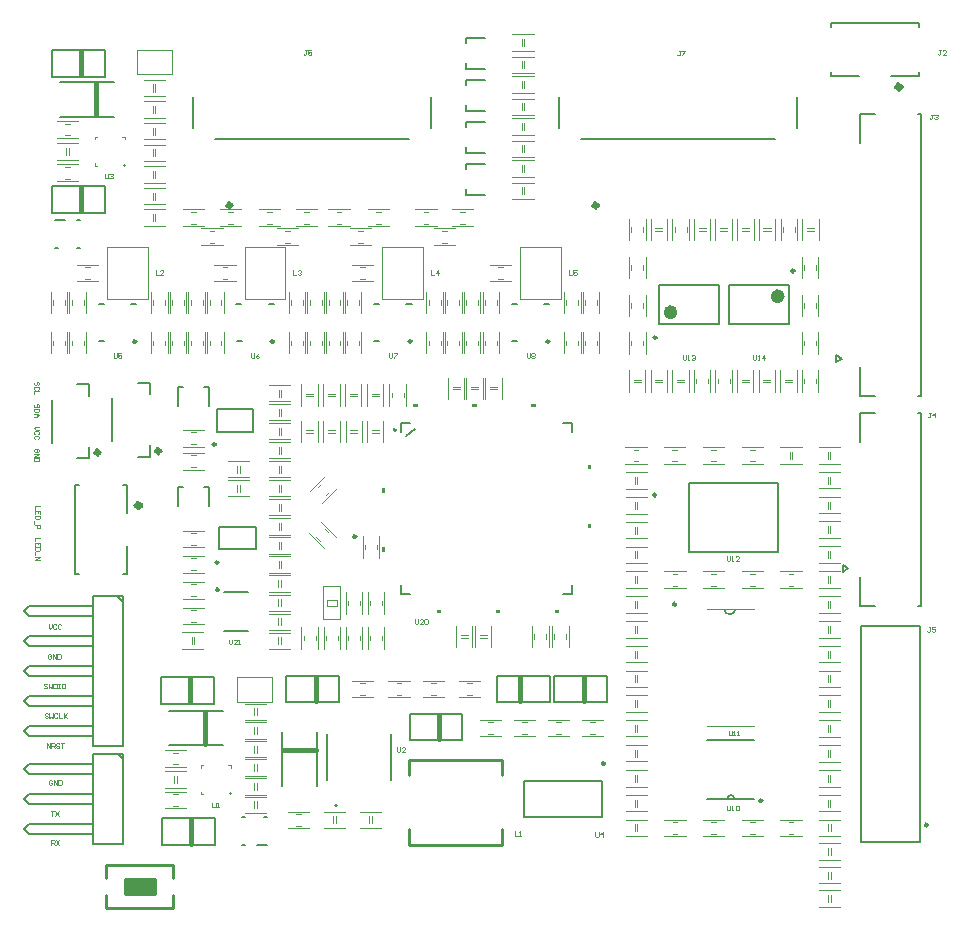
<source format=gto>
G04*
G04 #@! TF.GenerationSoftware,Altium Limited,Altium Designer,24.1.2 (44)*
G04*
G04 Layer_Color=65535*
%FSLAX44Y44*%
%MOMM*%
G71*
G04*
G04 #@! TF.SameCoordinates,FCEE4AF4-6A06-48D6-82EE-D5922FD24EB1*
G04*
G04*
G04 #@! TF.FilePolarity,Positive*
G04*
G01*
G75*
%ADD10C,0.2500*%
%ADD11C,0.5080*%
%ADD12C,0.2540*%
%ADD13C,0.2000*%
%ADD14C,0.2520*%
%ADD15C,0.3810*%
%ADD16C,0.1540*%
%ADD17C,0.6000*%
%ADD18C,0.1524*%
%ADD19C,0.1000*%
%ADD20C,0.1270*%
%ADD21C,0.1500*%
%ADD22C,0.1200*%
%ADD23C,0.1250*%
%ADD24R,2.5400X1.2700*%
G36*
X369576Y294990D02*
X365766D01*
Y292450D01*
X369576D01*
Y294990D01*
D02*
G37*
G36*
X321662Y347904D02*
X319122D01*
Y344094D01*
X321662D01*
Y347904D01*
D02*
G37*
G36*
Y397904D02*
X319122D01*
Y394094D01*
X321662D01*
Y397904D01*
D02*
G37*
G36*
X349576Y467008D02*
X345766D01*
Y469548D01*
X349576D01*
Y467008D01*
D02*
G37*
G36*
X399576D02*
X395766D01*
Y469548D01*
X399576D01*
Y467008D01*
D02*
G37*
G36*
X419576Y294990D02*
X415766D01*
Y292450D01*
X419576D01*
Y294990D01*
D02*
G37*
G36*
X469576D02*
X465766D01*
Y292450D01*
X469576D01*
Y294990D01*
D02*
G37*
G36*
X493680Y367904D02*
X496220D01*
Y364094D01*
X493680D01*
Y367904D01*
D02*
G37*
G36*
Y417904D02*
X496220D01*
Y414094D01*
X493680D01*
Y417904D01*
D02*
G37*
G36*
X449576Y467008D02*
X445766D01*
Y469548D01*
X449576D01*
Y467008D01*
D02*
G37*
D10*
X508088Y165120D02*
G03*
X508088Y165120I-1250J0D01*
G01*
X551470Y392380D02*
G03*
X551470Y392380I-1250J0D01*
G01*
X668610Y582065D02*
G03*
X668610Y582065I-1250J0D01*
G01*
X551820Y525565D02*
G03*
X551820Y525565I-1250J0D01*
G01*
X180818Y335269D02*
G03*
X180818Y335269I-1250J0D01*
G01*
X297468Y357162D02*
G03*
X297468Y357162I-1250J0D01*
G01*
X178568Y435024D02*
G03*
X178568Y435024I-1250J0D01*
G01*
X641392Y133604D02*
G03*
X641392Y133604I-1250J0D01*
G01*
D11*
X758698Y737870D02*
G03*
X758698Y737870I-1778J0D01*
G01*
X114808Y383540D02*
G03*
X114808Y383540I-1778J0D01*
G01*
D12*
X460973Y522356D02*
G03*
X460973Y522356I-1256J0D01*
G01*
X344405D02*
G03*
X344405Y522356I-1256J0D01*
G01*
X227836D02*
G03*
X227836Y522356I-1256J0D01*
G01*
X111268D02*
G03*
X111268Y522356I-1256J0D01*
G01*
X181048Y312226D02*
G03*
X181048Y312226I-1055J0D01*
G01*
X781392Y112993D02*
G03*
X781392Y112993I-1270J0D01*
G01*
X568430Y299880D02*
G03*
X568430Y299880I-1250J0D01*
G01*
X190738Y139746D02*
X190770D01*
X100919Y671749D02*
X100951D01*
X420555Y154942D02*
Y167855D01*
X342248D02*
X420555D01*
X342248Y154942D02*
Y167855D01*
X342020Y96054D02*
Y109222D01*
Y96054D02*
X420555D01*
Y109222D01*
X86106Y68072D02*
Y79502D01*
Y42418D02*
Y53848D01*
Y42418D02*
X142494D01*
X86106Y79502D02*
X142494D01*
X101600Y67310D02*
X127000D01*
Y54610D02*
Y67310D01*
X101600Y54610D02*
X127000D01*
X101600D02*
Y67310D01*
X142494Y68072D02*
Y79502D01*
Y42418D02*
Y53848D01*
D13*
X281670Y129480D02*
G03*
X281670Y129480I-1000J0D01*
G01*
X617728Y135128D02*
G03*
X611632Y135128I-3048J0D01*
G01*
X439438Y119370D02*
Y150370D01*
X505438Y119370D02*
Y150370D01*
X439438Y119370D02*
X505438D01*
X439438Y150370D02*
X505438D01*
X172750Y382864D02*
Y399114D01*
X146750Y382864D02*
Y399114D01*
X151250D01*
X168250D02*
X172750D01*
Y467654D02*
Y483904D01*
X146750Y467654D02*
Y483904D01*
X151250D01*
X168250D02*
X172750D01*
X138908Y180555D02*
X184608D01*
X138908Y209855D02*
X184608D01*
X264335Y145802D02*
Y191502D01*
X235035Y145802D02*
Y191502D01*
X46488Y712803D02*
X92188D01*
X46488Y742103D02*
X92188D01*
X774750Y98550D02*
Y281450D01*
X725250Y98550D02*
Y281450D01*
X774750D01*
X725250Y98550D02*
X774750D01*
X42378Y601497D02*
X44878D01*
X60878D02*
X63378D01*
X60878Y625497D02*
X63378D01*
X42378D02*
X50878D01*
X613310Y570565D02*
X664310D01*
X613310Y537065D02*
X664310D01*
Y570565D01*
X613310Y537065D02*
Y570565D01*
X553620Y537065D02*
X604620D01*
X553620Y570565D02*
X604620D01*
X553620Y537065D02*
Y570565D01*
X604620Y537065D02*
Y570565D01*
X212568Y346269D02*
Y365269D01*
X181568Y346269D02*
Y365269D01*
X212568D01*
X181568Y346269D02*
X212568D01*
X16496Y293878D02*
X20729Y289645D01*
X16496Y268478D02*
X20729Y272711D01*
X16496Y268478D02*
X20729Y264245D01*
X16496Y293878D02*
X20729Y298111D01*
X95659Y306155D02*
X99893Y301921D01*
X100316Y179578D02*
Y306578D01*
X74916D02*
X100316D01*
X74916Y179578D02*
X100316D01*
X74916D02*
Y306578D01*
X20729Y298111D02*
X74662D01*
X20729Y289645D02*
X74916D01*
X20729Y272711D02*
X74662D01*
X20729Y264245D02*
X74662D01*
X16496Y243078D02*
X20729Y238845D01*
X16496Y217678D02*
X20729Y221911D01*
X16496Y217678D02*
X20729Y213445D01*
X16496Y243078D02*
X20729Y247311D01*
X74662D01*
X20729Y238845D02*
X74916D01*
X20729Y221911D02*
X74662D01*
X20729Y213445D02*
X74662D01*
X16496Y192278D02*
X20729Y188045D01*
X16496Y192278D02*
X20729Y196511D01*
X74662D01*
X20729Y188045D02*
X74916D01*
X20729Y105495D02*
X74916D01*
X20729Y113961D02*
X74662D01*
X16496Y109728D02*
X20729Y113961D01*
X16496Y109728D02*
X20729Y105495D01*
X20729Y130895D02*
X74662D01*
X20729Y139361D02*
X74662D01*
X20729Y156295D02*
X74916D01*
X20729Y164761D02*
X74662D01*
X74916Y97028D02*
Y173228D01*
Y97028D02*
X100316D01*
X74916Y173228D02*
X100316D01*
Y97028D02*
Y173228D01*
X95659Y172805D02*
X99893Y168571D01*
X16496Y160528D02*
X20729Y164761D01*
X16496Y135128D02*
X20729Y130895D01*
X16496Y135128D02*
X20729Y139361D01*
X16496Y160528D02*
X20729Y156295D01*
X179318Y446024D02*
X210318D01*
X179318Y465024D02*
X210318D01*
X179318Y446024D02*
Y465024D01*
X210318Y446024D02*
Y465024D01*
X213158Y96045D02*
X221658D01*
X200658D02*
X203158D01*
X200658Y120045D02*
X203158D01*
X219158D02*
X221658D01*
X390084Y668138D02*
Y672638D01*
Y646638D02*
Y651138D01*
Y646638D02*
X406334D01*
X390084Y672638D02*
X406334D01*
X390084Y703698D02*
Y708198D01*
Y682198D02*
Y686698D01*
Y682198D02*
X406334D01*
X390084Y708198D02*
X406334D01*
X390084Y739258D02*
Y743758D01*
Y717758D02*
Y722258D01*
Y717758D02*
X406334D01*
X390084Y743758D02*
X406334D01*
X390084Y774818D02*
Y779318D01*
Y753318D02*
Y757818D01*
Y753318D02*
X406334D01*
X390084Y779318D02*
X406334D01*
X594680Y185020D02*
X634680D01*
X594680Y135020D02*
X634680D01*
D14*
X330900Y447504D02*
G03*
X330900Y447504I-762J0D01*
G01*
D15*
X131572Y429514D02*
G03*
X131572Y429514I-1778J0D01*
G01*
X80023Y428284D02*
G03*
X80023Y428284I-1778J0D01*
G01*
X191778Y637500D02*
G03*
X191778Y637500I-1778J0D01*
G01*
X501778D02*
G03*
X501778Y637500I-1778J0D01*
G01*
X169454Y208636D02*
X169539Y181720D01*
X236254Y176348D02*
X263170Y176432D01*
X77034Y740884D02*
X77118Y713968D01*
X157654Y97130D02*
Y117302D01*
X156886Y216744D02*
Y236916D01*
X367543Y185937D02*
Y206108D01*
X263111Y218006D02*
Y238177D01*
X64487Y632540D02*
Y652711D01*
X64804Y747640D02*
Y767811D01*
X490003Y218006D02*
Y238177D01*
X436477Y218007D02*
Y238178D01*
D16*
X609096Y295513D02*
G03*
X618679Y295380I4802J680D01*
G01*
D17*
X657310Y560565D02*
G03*
X657310Y560565I-3000J0D01*
G01*
X566620Y547065D02*
G03*
X566620Y547065I-3000J0D01*
G01*
D18*
X774065Y788396D02*
Y791845D01*
X699135Y747395D02*
Y750754D01*
X750241Y747395D02*
X774065D01*
X699135Y788396D02*
Y791845D01*
X774065D01*
Y747395D02*
Y750754D01*
X699135Y747395D02*
X722959D01*
X429339Y522518D02*
X433625D01*
X429200Y554184D02*
X433485D01*
X456660Y554144D02*
X460945D01*
X312771Y522518D02*
X317056D01*
X312631Y554184D02*
X316917D01*
X340091Y554144D02*
X344377D01*
X196202Y522518D02*
X200488D01*
X196063Y554184D02*
X200348D01*
X223523Y554144D02*
X227808D01*
X79633Y522518D02*
X83919D01*
X79494Y554184D02*
X83780D01*
X106954Y554144D02*
X111240D01*
X335408Y453262D02*
X342819D01*
X479934Y445851D02*
Y453262D01*
X472522Y308736D02*
X479934D01*
X335408D02*
Y316148D01*
Y445851D02*
Y453262D01*
X472522D02*
X479934D01*
Y308736D02*
Y316148D01*
X335408Y308736D02*
X342819D01*
X122682Y477813D02*
Y487426D01*
X112808Y424942D02*
X122682D01*
X91186Y437988D02*
Y474380D01*
X112808Y487426D02*
X122682D01*
Y424942D02*
Y434555D01*
X71133Y423712D02*
Y433324D01*
X61259Y486196D02*
X71133D01*
X39637Y436758D02*
Y473149D01*
X61259Y423712D02*
X71133D01*
Y476583D02*
Y486196D01*
X185445Y310347D02*
X205511D01*
X185445Y277327D02*
X205511D01*
X103505Y325755D02*
Y349579D01*
X100146Y400685D02*
X103505D01*
X59055Y325755D02*
Y400685D01*
Y325755D02*
X62504D01*
X103505Y376861D02*
Y400685D01*
X100146Y325755D02*
X103505D01*
X59055Y400685D02*
X62504D01*
D19*
X86412Y558425D02*
Y602329D01*
X120956Y558425D02*
Y602329D01*
X86412D02*
X120956D01*
X86412Y558425D02*
X120956D01*
X202981D02*
Y602329D01*
X237525Y558425D02*
Y602329D01*
X202981D02*
X237525D01*
X202981Y558425D02*
X237525D01*
X319550D02*
Y602329D01*
X354094Y558425D02*
Y602329D01*
X319550D02*
X354094D01*
X319550Y558425D02*
X354094D01*
X436118D02*
Y602329D01*
X470662Y558425D02*
Y602329D01*
X436118D02*
X470662D01*
X436118Y558425D02*
X470662D01*
X165821Y138894D02*
X168079D01*
X165821D02*
Y141175D01*
X165856Y163647D02*
X168137D01*
X165856Y161388D02*
Y163647D01*
X191649Y161394D02*
Y163676D01*
X189390D02*
X191649D01*
X76002Y670897D02*
X78260D01*
X76002D02*
Y673179D01*
X76037Y695650D02*
X78318D01*
X76037Y693391D02*
Y695650D01*
X101830Y693398D02*
Y695679D01*
X99571D02*
X101830D01*
X284127Y287019D02*
Y309071D01*
Y314959D01*
X269762D02*
X284127D01*
X269762Y287019D02*
Y314959D01*
X272599Y298450D02*
X281287D01*
Y303784D01*
X272599D02*
X281287D01*
X272599Y298450D02*
Y303784D01*
X269762Y287019D02*
X284127D01*
X196455Y238326D02*
X225919D01*
X196455Y217498D02*
X225919D01*
X196455D02*
Y238326D01*
X225919Y217498D02*
Y238326D01*
X112197Y769221D02*
X141661D01*
X112197Y748393D02*
X141661D01*
X112197D02*
Y769221D01*
X141661Y748393D02*
Y769221D01*
X310530Y447238D02*
X316530D01*
X310530Y445238D02*
X316530D01*
X320530Y437238D02*
Y455238D01*
X306530Y437238D02*
Y455238D01*
X670445Y479950D02*
Y497950D01*
X656445Y479950D02*
Y497950D01*
X660445Y489950D02*
X666445D01*
X660445Y487950D02*
X666445D01*
X619866Y479950D02*
Y497950D01*
X633866Y479950D02*
Y497950D01*
X623866Y487950D02*
X629866D01*
X623866Y489950D02*
X629866D01*
X638156Y479950D02*
Y497950D01*
X652156Y479950D02*
Y497950D01*
X642156Y487950D02*
X648156D01*
X642156Y489950D02*
X648156D01*
X652343Y608220D02*
Y626220D01*
X638343Y608220D02*
Y626220D01*
X642343Y618220D02*
X648343D01*
X642343Y616220D02*
X648343D01*
X634022Y608220D02*
Y626220D01*
X620022Y608220D02*
Y626220D01*
X624022Y618220D02*
X630022D01*
X624022Y616220D02*
X630022D01*
X674985Y608220D02*
Y626220D01*
X688985Y608220D02*
Y626220D01*
X678985Y616220D02*
X684985D01*
X678985Y618220D02*
X684985D01*
X542419Y479950D02*
Y497950D01*
X528419Y479950D02*
Y497950D01*
X532419Y489950D02*
X538419D01*
X532419Y487950D02*
X538419D01*
X564998Y479950D02*
Y497950D01*
X578998Y479950D02*
Y497950D01*
X568998Y487950D02*
X574998D01*
X568998Y489950D02*
X574998D01*
X546708Y479950D02*
Y497950D01*
X560708Y479950D02*
Y497950D01*
X550708Y487950D02*
X556708D01*
X550708Y489950D02*
X556708D01*
X615702Y608220D02*
Y626220D01*
X601702Y608220D02*
Y626220D01*
X605702Y618220D02*
X611702D01*
X605702Y616220D02*
X611702D01*
X597381Y608220D02*
Y626220D01*
X583381Y608220D02*
Y626220D01*
X587381Y618220D02*
X593381D01*
X587381Y616220D02*
X593381D01*
X546740Y608220D02*
Y626220D01*
X560740Y608220D02*
Y626220D01*
X550740Y616220D02*
X556740D01*
X550740Y618220D02*
X556740D01*
X397969Y263504D02*
Y281504D01*
X411969Y263504D02*
Y281504D01*
X401969Y271504D02*
X407969D01*
X401969Y273504D02*
X407969D01*
X689159Y97295D02*
X707159D01*
X689159Y83295D02*
X707159D01*
X697159Y87295D02*
Y93295D01*
X699159Y87295D02*
Y93295D01*
X689159Y57702D02*
X707159D01*
X689159Y43702D02*
X707159D01*
X697159Y47702D02*
Y53702D01*
X699159Y47702D02*
Y53702D01*
X689159Y77498D02*
X707159D01*
X689159Y63498D02*
X707159D01*
X697159Y67498D02*
Y73498D01*
X699159Y67498D02*
Y73498D01*
X689008Y334775D02*
X707008D01*
X689008Y348774D02*
X707008D01*
X699008Y338774D02*
Y344775D01*
X697008Y338774D02*
Y344775D01*
X689008Y356056D02*
X707008D01*
X689008Y370056D02*
X707008D01*
X699008Y360056D02*
Y366056D01*
X697008Y360056D02*
Y366056D01*
X689008Y376829D02*
X707008D01*
X689008Y390830D02*
X707008D01*
X699008Y380830D02*
Y386829D01*
X697008Y380830D02*
Y386829D01*
X689008Y397857D02*
X707008D01*
X689008Y411857D02*
X707008D01*
X699008Y401857D02*
Y407857D01*
X697008Y401857D02*
Y407857D01*
X689008Y418884D02*
X707008D01*
X689008Y432884D02*
X707008D01*
X699008Y422884D02*
Y428884D01*
X697008Y422884D02*
Y428884D01*
X689159Y117472D02*
X707159D01*
X689159Y103472D02*
X707159D01*
X697159Y107472D02*
Y113472D01*
X699159Y107472D02*
Y113472D01*
X689008Y138500D02*
X707008D01*
X689008Y124500D02*
X707008D01*
X697008Y128500D02*
Y134500D01*
X699008Y128500D02*
Y134500D01*
X689008Y166555D02*
X707008D01*
X689008Y180555D02*
X707008D01*
X699008Y170555D02*
Y176555D01*
X697008Y170555D02*
Y176555D01*
X689008Y145527D02*
X707008D01*
X689008Y159527D02*
X707008D01*
X699008Y149527D02*
Y155527D01*
X697008Y149527D02*
Y155527D01*
X689008Y187582D02*
X707008D01*
X689008Y201582D02*
X707008D01*
X699008Y191582D02*
Y197582D01*
X697008Y191582D02*
Y197582D01*
X689008Y222610D02*
X707008D01*
X689008Y208610D02*
X707008D01*
X697008Y212610D02*
Y218610D01*
X699008Y212610D02*
Y218610D01*
X689008Y229637D02*
X707008D01*
X689008Y243637D02*
X707008D01*
X699008Y233637D02*
Y239637D01*
X697008Y233637D02*
Y239637D01*
X689008Y264665D02*
X707008D01*
X689008Y250665D02*
X707008D01*
X697008Y254665D02*
Y260665D01*
X699008Y254665D02*
Y260665D01*
X689008Y285692D02*
X707008D01*
X689008Y271692D02*
X707008D01*
X697008Y275692D02*
Y281692D01*
X699008Y275692D02*
Y281692D01*
X689008Y292720D02*
X707008D01*
X689008Y306720D02*
X707008D01*
X699008Y296720D02*
Y302720D01*
X697008Y296720D02*
Y302720D01*
X689008Y313747D02*
X707008D01*
X689008Y327747D02*
X707008D01*
X699008Y317747D02*
Y323747D01*
X697008Y317747D02*
Y323747D01*
X251024Y437265D02*
Y455265D01*
X265024Y437265D02*
Y455265D01*
X255024Y445265D02*
X261024D01*
X255024Y447265D02*
X261024D01*
X269456Y468074D02*
Y486074D01*
X283456Y468074D02*
Y486074D01*
X273456Y476074D02*
X279456D01*
X273456Y478074D02*
X279456D01*
X269762Y437265D02*
Y455265D01*
X283762Y437265D02*
Y455265D01*
X273762Y445265D02*
X279762D01*
X273762Y447265D02*
X279762D01*
X287993Y468074D02*
Y486074D01*
X301993Y468074D02*
Y486074D01*
X291993Y476074D02*
X297993D01*
X291993Y478074D02*
X297993D01*
X288499Y437265D02*
Y455265D01*
X302500Y437265D02*
Y455265D01*
X292500Y445265D02*
X298500D01*
X292500Y447265D02*
X298500D01*
X533664Y296570D02*
Y302570D01*
X535664Y296570D02*
Y302570D01*
X525664Y306570D02*
X543664D01*
X525664Y292570D02*
X543664D01*
X656678Y418885D02*
X674678D01*
X656678Y432885D02*
X674678D01*
X666678Y422885D02*
Y428885D01*
X664678Y422885D02*
Y428885D01*
X533659Y401624D02*
Y407624D01*
X535659Y401624D02*
Y407624D01*
X525659Y411624D02*
X543659D01*
X525659Y397624D02*
X543659D01*
X533664Y359602D02*
Y365602D01*
X535664Y359602D02*
Y365602D01*
X525664Y369602D02*
X543664D01*
X525664Y355602D02*
X543664D01*
X533664Y380613D02*
Y386613D01*
X535664Y380613D02*
Y386613D01*
X525664Y390613D02*
X543664D01*
X525664Y376613D02*
X543664D01*
X533664Y275559D02*
Y281559D01*
X535664Y275559D02*
Y281559D01*
X525664Y285559D02*
X543664D01*
X525664Y271559D02*
X543664D01*
X533664Y212865D02*
Y218865D01*
X535664Y212865D02*
Y218865D01*
X525664Y222865D02*
X543664D01*
X525664Y208865D02*
X543664D01*
X533664Y254548D02*
Y260548D01*
X535664Y254548D02*
Y260548D01*
X525664Y264548D02*
X543664D01*
X525664Y250548D02*
X543664D01*
X533664Y317747D02*
Y323747D01*
X535664Y317747D02*
Y323747D01*
X525664Y327747D02*
X543664D01*
X525664Y313747D02*
X543664D01*
X533664Y338591D02*
Y344591D01*
X535664Y338591D02*
Y344591D01*
X525664Y348591D02*
X543664D01*
X525664Y334591D02*
X543664D01*
X533664Y192024D02*
Y198024D01*
X535664Y192024D02*
Y198024D01*
X525664Y202024D02*
X543664D01*
X525664Y188024D02*
X543664D01*
X533664Y233706D02*
Y239706D01*
X535664Y233706D02*
Y239706D01*
X525664Y243706D02*
X543664D01*
X525664Y229706D02*
X543664D01*
X533664Y149494D02*
Y155494D01*
X535664Y149494D02*
Y155494D01*
X525664Y159494D02*
X543664D01*
X525664Y145494D02*
X543664D01*
X533664Y128483D02*
Y134483D01*
X535664Y128483D02*
Y134483D01*
X525664Y138483D02*
X543664D01*
X525664Y124483D02*
X543664D01*
X533664Y170759D02*
Y176759D01*
X535664Y170759D02*
Y176759D01*
X525664Y180759D02*
X543664D01*
X525664Y166759D02*
X543664D01*
X533664Y107472D02*
Y113472D01*
X535664Y107472D02*
Y113472D01*
X525664Y117472D02*
X543664D01*
X525664Y103472D02*
X543664D01*
X125476Y697345D02*
Y703345D01*
X127476Y697345D02*
Y703345D01*
X117476Y707345D02*
X135476D01*
X117476Y693345D02*
X135476D01*
X410956Y483770D02*
X416956D01*
X410956Y481770D02*
X416956D01*
X420956Y473770D02*
Y491770D01*
X406956Y473770D02*
Y491770D01*
X211142Y174252D02*
Y180252D01*
X213142Y174252D02*
Y180252D01*
X203142Y184252D02*
X221142D01*
X203142Y170252D02*
X221142D01*
X385986Y273504D02*
X391986D01*
X385986Y271504D02*
X391986D01*
X395986Y263504D02*
Y281504D01*
X381986Y263504D02*
Y281504D01*
X233745Y379001D02*
Y385001D01*
X231745Y379001D02*
Y385001D01*
X223745Y375001D02*
X241745D01*
X223745Y389001D02*
X241745D01*
X231745Y330671D02*
Y336671D01*
X233745Y330671D02*
Y336671D01*
X223745Y340671D02*
X241745D01*
X223745Y326671D02*
X241745D01*
X231745Y346781D02*
Y352781D01*
X233745Y346781D02*
Y352781D01*
X223745Y356781D02*
X241745D01*
X223745Y342781D02*
X241745D01*
X233745Y475662D02*
Y481662D01*
X231745Y475662D02*
Y481662D01*
X223745Y471662D02*
X241745D01*
X223745Y485662D02*
X241745D01*
X231745Y362891D02*
Y368891D01*
X233745Y362891D02*
Y368891D01*
X223745Y372891D02*
X241745D01*
X223745Y358891D02*
X241745D01*
X231745Y459552D02*
Y465552D01*
X233745Y459552D02*
Y465552D01*
X223745Y469552D02*
X241745D01*
X223745Y455552D02*
X241745D01*
X231745Y411222D02*
Y417221D01*
X233745Y411222D02*
Y417221D01*
X223745Y421222D02*
X241745D01*
X223745Y407221D02*
X241745D01*
X231745Y395111D02*
Y401111D01*
X233745Y395111D02*
Y401111D01*
X223745Y405111D02*
X241745D01*
X223745Y391111D02*
X241745D01*
X231745Y427332D02*
Y433332D01*
X233745Y427332D02*
Y433332D01*
X223745Y437332D02*
X241745D01*
X223745Y423332D02*
X241745D01*
X231745Y443442D02*
Y449442D01*
X233745Y443442D02*
Y449442D01*
X223745Y453442D02*
X241745D01*
X223745Y439442D02*
X241745D01*
X198882Y395111D02*
Y401111D01*
X196882Y395111D02*
Y401111D01*
X188882Y391111D02*
X206882D01*
X188882Y405111D02*
X206882D01*
X198882Y411222D02*
Y417221D01*
X196882Y411222D02*
Y417221D01*
X188882Y407221D02*
X206882D01*
X188882Y421222D02*
X206882D01*
X306530Y468074D02*
Y486074D01*
X320530Y468074D02*
Y486074D01*
X310530Y476074D02*
X316530D01*
X310530Y478074D02*
X316530D01*
X255024D02*
X261024D01*
X255024Y476074D02*
X261024D01*
X265024Y468074D02*
Y486074D01*
X251024Y468074D02*
Y486074D01*
X211142Y126972D02*
Y132972D01*
X213142Y126972D02*
Y132972D01*
X203142Y136972D02*
X221142D01*
X203142Y122972D02*
X221142D01*
X213142Y142732D02*
Y148732D01*
X211142Y142732D02*
Y148732D01*
X203142Y138732D02*
X221142D01*
X203142Y152732D02*
X221142D01*
X211142Y190012D02*
Y196012D01*
X213142Y190012D02*
Y196012D01*
X203142Y200012D02*
X221142D01*
X203142Y186012D02*
X221142D01*
X213142Y205773D02*
Y211773D01*
X211142Y205773D02*
Y211773D01*
X203142Y201773D02*
X221142D01*
X203142Y215773D02*
X221142D01*
X213142Y158492D02*
Y164492D01*
X211142Y158492D02*
Y164492D01*
X203142Y154492D02*
X221142D01*
X203142Y168492D02*
X221142D01*
X143504Y148507D02*
Y154507D01*
X145504Y148507D02*
Y154507D01*
X135504Y158507D02*
X153504D01*
X135504Y144507D02*
X153504D01*
X280265Y114300D02*
Y120300D01*
X278265Y114300D02*
Y120300D01*
X270265Y110300D02*
X288265D01*
X270265Y124300D02*
X288265D01*
X310610Y114300D02*
Y120300D01*
X308610Y114300D02*
Y120300D01*
X300610Y110300D02*
X318610D01*
X300610Y124300D02*
X318610D01*
X125476Y679041D02*
Y685041D01*
X127476Y679041D02*
Y685041D01*
X117476Y689041D02*
X135476D01*
X117476Y675041D02*
X135476D01*
X125476Y642433D02*
Y648433D01*
X127476Y642433D02*
Y648433D01*
X117476Y652433D02*
X135476D01*
X117476Y638433D02*
X135476D01*
X125476Y715649D02*
Y721649D01*
X127476Y715649D02*
Y721649D01*
X117476Y725649D02*
X135476D01*
X117476Y711649D02*
X135476D01*
X127476Y733953D02*
Y739953D01*
X125476Y733953D02*
Y739953D01*
X117476Y729953D02*
X135476D01*
X117476Y743953D02*
X135476D01*
X127476Y660737D02*
Y666737D01*
X125476Y660737D02*
Y666737D01*
X117476Y656737D02*
X135476D01*
X117476Y670737D02*
X135476D01*
X127476Y624129D02*
Y630130D01*
X125476Y624129D02*
Y630130D01*
X117476Y620130D02*
X135476D01*
X117476Y634129D02*
X135476D01*
X51954Y680373D02*
Y686373D01*
X53954Y680373D02*
Y686373D01*
X43954Y690373D02*
X61954D01*
X43954Y676373D02*
X61954D01*
X233643Y314220D02*
Y320220D01*
X231643Y314220D02*
Y320220D01*
X223643Y310220D02*
X241643D01*
X223643Y324220D02*
X241643D01*
X233643Y298045D02*
Y304045D01*
X231643Y298045D02*
Y304045D01*
X223643Y294045D02*
X241643D01*
X223643Y308045D02*
X241643D01*
X233528Y281986D02*
Y287986D01*
X231528Y281986D02*
Y287986D01*
X223528Y277986D02*
X241528D01*
X223528Y291986D02*
X241528D01*
X160096Y266173D02*
Y272173D01*
X158096Y266173D02*
Y272173D01*
X150096Y262173D02*
X168095D01*
X150096Y276173D02*
X168095D01*
X231707Y265886D02*
Y271886D01*
X233707Y265886D02*
Y271886D01*
X223707Y275886D02*
X241707D01*
X223707Y261886D02*
X241707D01*
X379128Y481678D02*
X385128D01*
X379128Y483678D02*
X385128D01*
X375128Y473678D02*
Y491678D01*
X389128Y473678D02*
Y491678D01*
X394481Y483678D02*
X400481D01*
X394481Y481678D02*
X400481D01*
X404481Y473678D02*
Y491678D01*
X390481Y473678D02*
Y491678D01*
X437674Y646884D02*
Y652884D01*
X439674Y646884D02*
Y652884D01*
X429674Y656884D02*
X447674D01*
X429674Y642884D02*
X447674D01*
X437674Y682444D02*
Y688444D01*
X439674Y682444D02*
Y688444D01*
X429674Y692444D02*
X447674D01*
X429674Y678444D02*
X447674D01*
X437674Y718004D02*
Y724004D01*
X439674Y718004D02*
Y724004D01*
X429674Y728004D02*
X447674D01*
X429674Y714004D02*
X447674D01*
X437674Y753564D02*
Y759564D01*
X439674Y753564D02*
Y759564D01*
X429674Y763564D02*
X447674D01*
X429674Y749564D02*
X447674D01*
X437674Y665884D02*
Y671884D01*
X439674Y665884D02*
Y671884D01*
X429674Y675884D02*
X447674D01*
X429674Y661884D02*
X447674D01*
X437674Y701444D02*
Y707444D01*
X439674Y701444D02*
Y707444D01*
X429674Y711444D02*
X447674D01*
X429674Y697444D02*
X447674D01*
X437674Y737004D02*
Y743004D01*
X439674Y737004D02*
Y743004D01*
X429674Y747004D02*
X447674D01*
X429674Y733004D02*
X447674D01*
X437674Y772564D02*
Y778564D01*
X439674Y772564D02*
Y778564D01*
X429674Y782564D02*
X447674D01*
X429674Y768564D02*
X447674D01*
D20*
X326644Y150738D02*
Y189738D01*
X272542Y150738D02*
Y189738D01*
X360500Y703000D02*
Y729500D01*
X159500Y703000D02*
Y729500D01*
X178000Y694000D02*
X342000D01*
X670500Y703000D02*
Y729500D01*
X469500Y703000D02*
Y729500D01*
X488000Y694000D02*
X652000D01*
X773500Y715100D02*
X776000D01*
X773500Y476100D02*
X776000D01*
X703580Y504720D02*
X708580Y507720D01*
X703580Y510720D02*
X708580Y507720D01*
X703580Y504720D02*
Y510720D01*
X724000Y715100D02*
X737000D01*
X724000Y476100D02*
X737000D01*
X776000D02*
Y715100D01*
X724000Y476100D02*
Y500900D01*
Y690300D02*
Y715100D01*
Y437200D02*
Y462000D01*
Y298000D02*
Y322800D01*
X776000Y298000D02*
Y462000D01*
X724000Y298000D02*
X737000D01*
X724000Y462000D02*
X737000D01*
X709330Y327220D02*
Y333220D01*
X714330Y330220D01*
X709330Y327220D02*
X714330Y330220D01*
X773500Y298000D02*
X776000D01*
X773500Y462000D02*
X776000D01*
D21*
X340106Y441960D02*
X346964Y448564D01*
X132916Y95972D02*
Y118462D01*
X177614Y95972D02*
Y118462D01*
X132916D02*
X177614D01*
X132916Y95972D02*
X177614D01*
X132148Y215586D02*
Y238076D01*
X176846Y215586D02*
Y238076D01*
X132148D02*
X176846D01*
X132148Y215586D02*
X176846D01*
X342805Y184778D02*
Y207268D01*
X387503Y184778D02*
Y207268D01*
X342805D02*
X387503D01*
X342805Y184778D02*
X387503D01*
X238373Y216847D02*
Y239337D01*
X283071Y216847D02*
Y239337D01*
X238373D02*
X283071D01*
X238373Y216847D02*
X283071D01*
X39749Y631381D02*
Y653871D01*
X84447Y631381D02*
Y653871D01*
X39749D02*
X84447D01*
X39749Y631381D02*
X84447D01*
X40066Y746481D02*
Y768971D01*
X84764Y746481D02*
Y768971D01*
X40066D02*
X84764D01*
X40066Y746481D02*
X84764D01*
X465265Y216847D02*
Y239337D01*
X509963Y216847D02*
Y239337D01*
X465265D02*
X509963D01*
X465265Y216847D02*
X509963D01*
X461215Y216847D02*
Y239337D01*
X416517Y216847D02*
Y239337D01*
Y216847D02*
X461215D01*
X416517Y239337D02*
X461215D01*
X579484Y344130D02*
Y402630D01*
Y344130D02*
X654956D01*
Y402630D01*
X579484D02*
X654956D01*
D22*
X594679Y196530D02*
X634679D01*
X594679Y296230D02*
X634679D01*
X29917Y355977D02*
X25918D01*
Y353311D01*
X29917Y349312D02*
Y351978D01*
X25918D01*
Y349312D01*
X27918Y351978D02*
Y350645D01*
X29917Y347979D02*
X25918D01*
Y345980D01*
X26585Y345313D01*
X29251D01*
X29917Y345980D01*
Y347979D01*
X25252Y343980D02*
Y341315D01*
X25918Y339982D02*
X29917D01*
X25918Y337316D01*
X29917D01*
X29734Y382694D02*
X25735D01*
Y380028D01*
X29734Y376029D02*
Y378695D01*
X25735D01*
Y376029D01*
X27735Y378695D02*
Y377362D01*
X29734Y374696D02*
X25735D01*
Y372697D01*
X26402Y372030D01*
X29067D01*
X29734Y372697D01*
Y374696D01*
X25069Y370698D02*
Y368032D01*
X25735Y366699D02*
X29734D01*
Y364700D01*
X29067Y364033D01*
X27735D01*
X27068Y364700D01*
Y366699D01*
X35497Y178130D02*
Y182129D01*
X38163Y178130D01*
Y182129D01*
X39496Y178130D02*
Y182129D01*
X41495D01*
X42162Y181463D01*
Y180130D01*
X41495Y179463D01*
X39496D01*
X40829D02*
X42162Y178130D01*
X46160Y181463D02*
X45494Y182129D01*
X44161D01*
X43495Y181463D01*
Y180796D01*
X44161Y180130D01*
X45494D01*
X46160Y179463D01*
Y178797D01*
X45494Y178130D01*
X44161D01*
X43495Y178797D01*
X47493Y182129D02*
X50159D01*
X48826D01*
Y178130D01*
X36516Y206687D02*
X35849Y207354D01*
X34516D01*
X33850Y206687D01*
Y206021D01*
X34516Y205354D01*
X35849D01*
X36516Y204688D01*
Y204022D01*
X35849Y203355D01*
X34516D01*
X33850Y204022D01*
X37848Y207354D02*
Y203355D01*
X39181Y204688D01*
X40514Y203355D01*
Y207354D01*
X44513Y206687D02*
X43847Y207354D01*
X42514D01*
X41847Y206687D01*
Y204022D01*
X42514Y203355D01*
X43847D01*
X44513Y204022D01*
X45846Y207354D02*
Y203355D01*
X48512D01*
X49844Y207354D02*
Y203355D01*
Y204688D01*
X52510Y207354D01*
X50511Y205354D01*
X52510Y203355D01*
X35894Y231912D02*
X35227Y232578D01*
X33894D01*
X33228Y231912D01*
Y231245D01*
X33894Y230579D01*
X35227D01*
X35894Y229913D01*
Y229246D01*
X35227Y228580D01*
X33894D01*
X33228Y229246D01*
X37227Y232578D02*
Y228580D01*
X38560Y229913D01*
X39892Y228580D01*
Y232578D01*
X41225D02*
Y228580D01*
X43225D01*
X43891Y229246D01*
Y231912D01*
X43225Y232578D01*
X41225D01*
X45224D02*
X46557D01*
X45890D01*
Y228580D01*
X45224D01*
X46557D01*
X50556Y232578D02*
X49223D01*
X48556Y231912D01*
Y229246D01*
X49223Y228580D01*
X50556D01*
X51222Y229246D01*
Y231912D01*
X50556Y232578D01*
X39223Y257137D02*
X38557Y257803D01*
X37224D01*
X36557Y257137D01*
Y254471D01*
X37224Y253804D01*
X38557D01*
X39223Y254471D01*
Y255804D01*
X37890D01*
X40556Y253804D02*
Y257803D01*
X43222Y253804D01*
Y257803D01*
X44555D02*
Y253804D01*
X46554D01*
X47221Y254471D01*
Y257137D01*
X46554Y257803D01*
X44555D01*
X37074Y283028D02*
Y280362D01*
X38406Y279029D01*
X39739Y280362D01*
Y283028D01*
X43738Y282361D02*
X43072Y283028D01*
X41739D01*
X41072Y282361D01*
Y279695D01*
X41739Y279029D01*
X43072D01*
X43738Y279695D01*
X47737Y282361D02*
X47070Y283028D01*
X45737D01*
X45071Y282361D01*
Y279695D01*
X45737Y279029D01*
X47070D01*
X47737Y279695D01*
X28188Y485461D02*
X28855Y486128D01*
Y487460D01*
X28188Y488127D01*
X27522D01*
X26855Y487460D01*
Y486128D01*
X26189Y485461D01*
X25522D01*
X24856Y486128D01*
Y487460D01*
X25522Y488127D01*
X28188Y481462D02*
X28855Y482129D01*
Y483462D01*
X28188Y484128D01*
X25522D01*
X24856Y483462D01*
Y482129D01*
X25522Y481462D01*
X28855Y480130D02*
X24856D01*
Y477464D01*
X28188Y428806D02*
X28855Y429473D01*
Y430805D01*
X28188Y431472D01*
X25522D01*
X24856Y430805D01*
Y429473D01*
X25522Y428806D01*
X26855D01*
Y430139D01*
X24856Y427473D02*
X28855D01*
X24856Y424807D01*
X28855D01*
Y423475D02*
X24856D01*
Y421475D01*
X25522Y420809D01*
X28188D01*
X28855Y421475D01*
Y423475D01*
X28188Y466461D02*
X28855Y467128D01*
Y468461D01*
X28188Y469127D01*
X27522D01*
X26855Y468461D01*
Y467128D01*
X26189Y466461D01*
X25522D01*
X24856Y467128D01*
Y468461D01*
X25522Y469127D01*
X28855Y465128D02*
X24856D01*
Y463129D01*
X25522Y462462D01*
X28188D01*
X28855Y463129D01*
Y465128D01*
X24856Y461130D02*
X27522D01*
X28855Y459797D01*
X27522Y458464D01*
X24856D01*
X26855D01*
Y461130D01*
X28855Y450292D02*
X26189D01*
X24856Y448959D01*
X26189Y447626D01*
X28855D01*
X28188Y443627D02*
X28855Y444294D01*
Y445627D01*
X28188Y446293D01*
X25522D01*
X24856Y445627D01*
Y444294D01*
X25522Y443627D01*
X28188Y439629D02*
X28855Y440295D01*
Y441628D01*
X28188Y442294D01*
X25522D01*
X24856Y441628D01*
Y440295D01*
X25522Y439629D01*
X40056Y150087D02*
X39390Y150753D01*
X38057D01*
X37390Y150087D01*
Y147421D01*
X38057Y146754D01*
X39390D01*
X40056Y147421D01*
Y148754D01*
X38723D01*
X41389Y146754D02*
Y150753D01*
X44055Y146754D01*
Y150753D01*
X45388D02*
Y146754D01*
X47387D01*
X48053Y147421D01*
Y150087D01*
X47387Y150753D01*
X45388D01*
X38822Y124715D02*
X41488D01*
X40155D01*
Y120716D01*
X42821Y124715D02*
X45486Y120716D01*
Y124715D02*
X42821Y120716D01*
X39530Y96396D02*
Y100394D01*
X41529D01*
X42195Y99728D01*
Y98395D01*
X41529Y97729D01*
X39530D01*
X40862D02*
X42195Y96396D01*
X43528Y100394D02*
X46194Y96396D01*
Y100394D02*
X43528Y96396D01*
X347339Y287158D02*
Y283826D01*
X348006Y283160D01*
X349339D01*
X350005Y283826D01*
Y287158D01*
X354004Y283160D02*
X351338D01*
X354004Y285825D01*
Y286492D01*
X353337Y287158D01*
X352004D01*
X351338Y286492D01*
X355337D02*
X356003Y287158D01*
X357336D01*
X358002Y286492D01*
Y283826D01*
X357336Y283160D01*
X356003D01*
X355337Y283826D01*
Y286492D01*
X785718Y714469D02*
X784385D01*
X785051D01*
Y711137D01*
X784385Y710471D01*
X783718D01*
X783052Y711137D01*
X787050Y713803D02*
X787717Y714469D01*
X789050D01*
X789716Y713803D01*
Y713137D01*
X789050Y712470D01*
X788383D01*
X789050D01*
X789716Y711804D01*
Y711137D01*
X789050Y710471D01*
X787717D01*
X787050Y711137D01*
X783686Y280637D02*
X782353D01*
X783019D01*
Y277305D01*
X782353Y276639D01*
X781686D01*
X781020Y277305D01*
X787684Y280637D02*
X785018D01*
Y278638D01*
X786351Y279305D01*
X787018D01*
X787684Y278638D01*
Y277305D01*
X787018Y276639D01*
X785685D01*
X785018Y277305D01*
X189790Y269954D02*
Y266621D01*
X190456Y265955D01*
X191789D01*
X192456Y266621D01*
Y269954D01*
X196455Y265955D02*
X193789D01*
X196455Y268621D01*
Y269287D01*
X195788Y269954D01*
X194455D01*
X193789Y269287D01*
X197787Y265955D02*
X199120D01*
X198454D01*
Y269954D01*
X197787Y269287D01*
X633561Y510609D02*
Y507277D01*
X634228Y506610D01*
X635561D01*
X636227Y507277D01*
Y510609D01*
X637560Y506610D02*
X638893D01*
X638226D01*
Y510609D01*
X637560Y509943D01*
X642892Y506610D02*
Y510609D01*
X640892Y508610D01*
X643558D01*
X574137Y510609D02*
Y507277D01*
X574803Y506610D01*
X576136D01*
X576802Y507277D01*
Y510609D01*
X578135Y506610D02*
X579468D01*
X578802D01*
Y510609D01*
X578135Y509943D01*
X581468D02*
X582134Y510609D01*
X583467D01*
X584133Y509943D01*
Y509276D01*
X583467Y508610D01*
X582800D01*
X583467D01*
X584133Y507943D01*
Y507277D01*
X583467Y506610D01*
X582134D01*
X581468Y507277D01*
X611460Y340581D02*
Y337249D01*
X612126Y336583D01*
X613459D01*
X614125Y337249D01*
Y340581D01*
X615458Y336583D02*
X616791D01*
X616125D01*
Y340581D01*
X615458Y339915D01*
X621456Y336583D02*
X618791D01*
X621456Y339249D01*
Y339915D01*
X620790Y340581D01*
X619457D01*
X618791Y339915D01*
X612793Y192753D02*
Y189421D01*
X613459Y188755D01*
X614792D01*
X615458Y189421D01*
Y192753D01*
X616791Y188755D02*
X618124D01*
X617458D01*
Y192753D01*
X616791Y192087D01*
X620123Y188755D02*
X621456D01*
X620790D01*
Y192753D01*
X620123Y192087D01*
X611460Y129327D02*
Y125995D01*
X612126Y125329D01*
X613459D01*
X614125Y125995D01*
Y129327D01*
X615458Y125329D02*
X616791D01*
X616125D01*
Y129327D01*
X615458Y128661D01*
X618791D02*
X619457Y129327D01*
X620790D01*
X621456Y128661D01*
Y125995D01*
X620790Y125329D01*
X619457D01*
X618791Y125995D01*
Y128661D01*
X441902Y512182D02*
Y508849D01*
X442569Y508183D01*
X443902D01*
X444568Y508849D01*
Y512182D01*
X445901Y511515D02*
X446568Y512182D01*
X447901D01*
X448567Y511515D01*
Y510849D01*
X447901Y510182D01*
X448567Y509516D01*
Y508849D01*
X447901Y508183D01*
X446568D01*
X445901Y508849D01*
Y509516D01*
X446568Y510182D01*
X445901Y510849D01*
Y511515D01*
X446568Y510182D02*
X447901D01*
X325316Y512182D02*
Y508849D01*
X325983Y508183D01*
X327316D01*
X327982Y508849D01*
Y512182D01*
X329315D02*
X331981D01*
Y511515D01*
X329315Y508849D01*
Y508183D01*
X208730Y512182D02*
Y508849D01*
X209397Y508183D01*
X210730D01*
X211396Y508849D01*
Y512182D01*
X215395D02*
X214062Y511515D01*
X212729Y510182D01*
Y508849D01*
X213396Y508183D01*
X214729D01*
X215395Y508849D01*
Y509516D01*
X214729Y510182D01*
X212729D01*
X92144Y512182D02*
Y508849D01*
X92811Y508183D01*
X94144D01*
X94810Y508849D01*
Y512182D01*
X98809D02*
X96143D01*
Y510182D01*
X97476Y510849D01*
X98142D01*
X98809Y510182D01*
Y508849D01*
X98142Y508183D01*
X96810D01*
X96143Y508849D01*
X500081Y107188D02*
Y103855D01*
X500747Y103189D01*
X502080D01*
X502747Y103855D01*
Y107188D01*
X506079Y103189D02*
Y107188D01*
X504080Y105188D01*
X506745D01*
X84614Y664466D02*
Y661134D01*
X85280Y660468D01*
X86613D01*
X87280Y661134D01*
Y664466D01*
X88612Y663800D02*
X89279Y664466D01*
X90612D01*
X91278Y663800D01*
Y663134D01*
X90612Y662467D01*
X89945D01*
X90612D01*
X91278Y661801D01*
Y661134D01*
X90612Y660468D01*
X89279D01*
X88612Y661134D01*
X332160Y178708D02*
Y175376D01*
X332826Y174710D01*
X334160D01*
X334826Y175376D01*
Y178708D01*
X338825Y174710D02*
X336159D01*
X338825Y177375D01*
Y178042D01*
X338158Y178708D01*
X336825D01*
X336159Y178042D01*
X175775Y131821D02*
Y128489D01*
X176441Y127823D01*
X177774D01*
X178441Y128489D01*
Y131821D01*
X179774Y127823D02*
X181106D01*
X180440D01*
Y131821D01*
X179774Y131155D01*
X477460Y582477D02*
Y578478D01*
X480126D01*
X484124Y582477D02*
X481459D01*
Y580477D01*
X482792Y581144D01*
X483458D01*
X484124Y580477D01*
Y579144D01*
X483458Y578478D01*
X482125D01*
X481459Y579144D01*
X360874Y582477D02*
Y578478D01*
X363540D01*
X366872D02*
Y582477D01*
X364873Y580477D01*
X367538D01*
X244288Y582477D02*
Y578478D01*
X246954D01*
X248287Y581810D02*
X248953Y582477D01*
X250286D01*
X250952Y581810D01*
Y581144D01*
X250286Y580477D01*
X249620D01*
X250286D01*
X250952Y579811D01*
Y579144D01*
X250286Y578478D01*
X248953D01*
X248287Y579144D01*
X127702Y582477D02*
Y578478D01*
X130368D01*
X134367D02*
X131701D01*
X134367Y581144D01*
Y581810D01*
X133700Y582477D01*
X132367D01*
X131701Y581810D01*
X431574Y107459D02*
Y103460D01*
X434240D01*
X435572D02*
X436905D01*
X436239D01*
Y107459D01*
X435572Y106792D01*
X572104Y768571D02*
X570771D01*
X571437D01*
Y765239D01*
X570771Y764573D01*
X570104D01*
X569438Y765239D01*
X573436Y768571D02*
X576102D01*
Y767905D01*
X573436Y765239D01*
Y764573D01*
X255620Y768825D02*
X254287D01*
X254953D01*
Y765493D01*
X254287Y764827D01*
X253620D01*
X252954Y765493D01*
X259618Y768825D02*
X256952D01*
Y766826D01*
X258285Y767493D01*
X258952D01*
X259618Y766826D01*
Y765493D01*
X258952Y764827D01*
X257619D01*
X256952Y765493D01*
X783940Y461993D02*
X782607D01*
X783273D01*
Y458661D01*
X782607Y457995D01*
X781940D01*
X781274Y458661D01*
X787272Y457995D02*
Y461993D01*
X785272Y459994D01*
X787938D01*
X792630Y768778D02*
X791297D01*
X791964D01*
Y765446D01*
X791297Y764780D01*
X790631D01*
X789965Y765446D01*
X796629Y764780D02*
X793963D01*
X796629Y767446D01*
Y768112D01*
X795963Y768778D01*
X794630D01*
X793963Y768112D01*
D23*
X688859Y576152D02*
Y594152D01*
X674859Y576152D02*
Y594152D01*
X676860Y583153D02*
Y587152D01*
X686860Y583153D02*
Y587152D01*
X242431Y519152D02*
Y523153D01*
X252431Y519152D02*
Y523153D01*
X254431Y512152D02*
Y530153D01*
X240431Y512152D02*
Y530153D01*
X307362Y291990D02*
Y309990D01*
X321362Y291990D02*
Y309990D01*
X319362Y298990D02*
Y302990D01*
X309362Y298990D02*
Y302990D01*
X288624Y262272D02*
Y280272D01*
X302624Y262272D02*
Y280272D01*
X300625Y269272D02*
Y273272D01*
X290625Y269272D02*
Y273272D01*
X307362Y262272D02*
Y280272D01*
X321362Y262272D02*
Y280272D01*
X319362Y269272D02*
Y273272D01*
X309362Y269272D02*
Y273272D01*
X288624Y291990D02*
Y309990D01*
X302624Y291990D02*
Y309990D01*
X300625Y298990D02*
Y302990D01*
X290625Y298990D02*
Y302990D01*
X265149Y262272D02*
Y280272D01*
X251149Y262272D02*
Y280272D01*
X253149Y269272D02*
Y273272D01*
X263149Y269272D02*
Y273272D01*
X269887Y262272D02*
Y280272D01*
X283887Y262272D02*
Y280272D01*
X281887Y269272D02*
Y273272D01*
X271887Y269272D02*
Y273272D01*
X540544Y583153D02*
Y587152D01*
X530544Y583153D02*
Y587152D01*
X528544Y576152D02*
Y594152D01*
X542544Y576152D02*
Y594152D01*
X540544Y615220D02*
Y619220D01*
X530544Y615220D02*
Y619220D01*
X528544Y608220D02*
Y626220D01*
X542544Y608220D02*
Y626220D01*
X530544Y551085D02*
Y555085D01*
X540544Y551085D02*
Y555085D01*
X542544Y544085D02*
Y562085D01*
X528544Y544085D02*
Y562085D01*
Y512018D02*
Y530018D01*
X542544Y512018D02*
Y530018D01*
X540544Y519017D02*
Y523018D01*
X530544Y519017D02*
Y523018D01*
X686860Y551085D02*
Y555085D01*
X676860Y551085D02*
Y555085D01*
X674859Y544085D02*
Y562085D01*
X688859Y544085D02*
Y562085D01*
X676860Y519017D02*
Y523018D01*
X686860Y519017D02*
Y523018D01*
X688860Y512018D02*
Y530018D01*
X674859Y512018D02*
Y530018D01*
X676860Y486950D02*
Y490950D01*
X686860Y486950D02*
Y490950D01*
X688860Y479950D02*
Y497950D01*
X674859Y479950D02*
Y497950D01*
X601702Y479950D02*
Y497950D01*
X615702Y479950D02*
Y497950D01*
X613702Y486950D02*
Y490950D01*
X603702Y486950D02*
Y490950D01*
X670789Y608220D02*
Y626220D01*
X656789Y608220D02*
Y626220D01*
X658789Y615220D02*
Y619220D01*
X668789Y615220D02*
Y619220D01*
X583412Y479950D02*
Y497950D01*
X597412Y479950D02*
Y497950D01*
X595412Y486950D02*
Y490950D01*
X585412Y486950D02*
Y490950D01*
X579185Y608220D02*
Y626220D01*
X565185Y608220D02*
Y626220D01*
X567185Y615220D02*
Y619220D01*
X577185Y615220D02*
Y619220D01*
X166512Y604124D02*
X184512D01*
X166512Y618124D02*
X184512D01*
X173512Y616124D02*
X177512D01*
X173512Y606124D02*
X177512D01*
X267402Y369831D02*
X280129Y357103D01*
X257502Y359931D02*
X270230Y347203D01*
X263866Y356395D02*
X266694Y353567D01*
X270937Y363467D02*
X273765Y360638D01*
X157750Y328591D02*
X161750D01*
X157750Y338591D02*
X161750D01*
X150750Y340591D02*
X168750D01*
X150750Y326591D02*
X168750D01*
X157750Y415898D02*
X161750D01*
X157750Y425898D02*
X161750D01*
X150750Y427898D02*
X168750D01*
X150750Y413898D02*
X168750D01*
X157750Y360261D02*
X161750D01*
X157750Y350261D02*
X161750D01*
X150750Y348261D02*
X168750D01*
X150750Y362261D02*
X168750D01*
X157847Y445351D02*
X161847D01*
X157847Y435351D02*
X161847D01*
X150847Y433351D02*
X168847D01*
X150847Y447351D02*
X168847D01*
X431160Y188149D02*
X449160D01*
X431160Y202149D02*
X449160D01*
X438160Y200149D02*
X442160D01*
X438160Y190149D02*
X442160D01*
X488520Y202149D02*
X506520D01*
X488520Y188149D02*
X506520D01*
X495520Y190149D02*
X499520D01*
X495520Y200149D02*
X499520D01*
X459840Y202149D02*
X477840D01*
X459840Y188149D02*
X477840D01*
X466840Y190149D02*
X470840D01*
X466840Y200149D02*
X470840D01*
X402480Y188149D02*
X420480D01*
X402480Y202149D02*
X420480D01*
X409480Y200149D02*
X413480D01*
X409480Y190149D02*
X413480D01*
X663733Y315622D02*
X667733D01*
X663733Y325622D02*
X667733D01*
X656733Y327622D02*
X674733D01*
X656733Y313622D02*
X674733D01*
X630966Y315622D02*
X634966D01*
X630966Y325622D02*
X634966D01*
X623966Y327622D02*
X641966D01*
X623966Y313622D02*
X641966D01*
X598198Y325622D02*
X602198D01*
X598198Y315622D02*
X602198D01*
X591198Y313622D02*
X609198D01*
X591198Y327622D02*
X609198D01*
X565431Y325622D02*
X569431D01*
X565431Y315622D02*
X569431D01*
X558431Y313622D02*
X576431D01*
X558431Y327622D02*
X576431D01*
X565211Y430760D02*
X569211D01*
X565211Y420760D02*
X569211D01*
X558210Y418760D02*
X576211D01*
X558210Y432760D02*
X576211D01*
X598033Y420760D02*
X602033D01*
X598033Y430760D02*
X602033D01*
X591033Y432760D02*
X609033D01*
X591033Y418760D02*
X609033D01*
X630855Y420760D02*
X634855D01*
X630855Y430760D02*
X634855D01*
X623855Y432760D02*
X641855D01*
X623855Y418760D02*
X641855D01*
X532388Y430759D02*
X536388D01*
X532388Y420760D02*
X536388D01*
X525388Y418759D02*
X543388D01*
X525388Y432760D02*
X543388D01*
X565431Y115472D02*
X569431D01*
X565431Y105472D02*
X569431D01*
X558431Y103472D02*
X576431D01*
X558431Y117472D02*
X576431D01*
X663733Y105472D02*
X667733D01*
X663733Y115472D02*
X667733D01*
X656733Y117472D02*
X674733D01*
X656733Y103472D02*
X674733D01*
X598198Y115472D02*
X602198D01*
X598198Y105472D02*
X602198D01*
X591198Y103472D02*
X609198D01*
X591198Y117472D02*
X609198D01*
X630966Y105472D02*
X634966D01*
X630966Y115472D02*
X634966D01*
X623966Y117472D02*
X641966D01*
X623966Y103472D02*
X641966D01*
X169520Y512152D02*
Y530153D01*
X155520Y512152D02*
Y530153D01*
X157520Y519152D02*
Y523153D01*
X167520Y519152D02*
Y523153D01*
X169520Y546335D02*
Y564335D01*
X155520Y546335D02*
Y564335D01*
X157520Y553335D02*
Y557335D01*
X167520Y553335D02*
Y557335D01*
X171349Y512152D02*
Y530153D01*
X185349Y512152D02*
Y530153D01*
X183349Y519152D02*
Y523153D01*
X173349Y519152D02*
Y523153D01*
X256260Y512152D02*
Y530153D01*
X270260Y512152D02*
Y530153D01*
X268260Y519152D02*
Y523153D01*
X258260Y519152D02*
Y523153D01*
X287917Y512152D02*
Y530153D01*
X301917Y512152D02*
Y530153D01*
X299917Y519152D02*
Y523153D01*
X289917Y519152D02*
Y523153D01*
X286089Y512152D02*
Y530153D01*
X272089Y512152D02*
Y530153D01*
X274088Y519152D02*
Y523153D01*
X284088Y519152D02*
Y523153D01*
X185349Y546335D02*
Y564335D01*
X171349Y546335D02*
Y564335D01*
X173349Y553335D02*
Y557335D01*
X183349Y553335D02*
Y557335D01*
X177365Y587255D02*
X195365D01*
X177365Y573255D02*
X195365D01*
X184365Y575255D02*
X188365D01*
X184365Y585255D02*
X188365D01*
X270260Y546335D02*
Y564335D01*
X256260Y546335D02*
Y564335D01*
X258260Y553335D02*
Y557335D01*
X268260Y553335D02*
Y557335D01*
X254431Y546335D02*
Y564335D01*
X240431Y546335D02*
Y564335D01*
X242431Y553335D02*
Y557335D01*
X252431Y553335D02*
Y557335D01*
X286089Y546335D02*
Y564335D01*
X272089Y546335D02*
Y564335D01*
X274088Y553335D02*
Y557335D01*
X284088Y553335D02*
Y557335D01*
X301917Y546335D02*
Y564335D01*
X287917Y546335D02*
Y564335D01*
X289917Y553335D02*
Y557335D01*
X299917Y553335D02*
Y557335D01*
X293933Y587255D02*
X311933D01*
X293933Y573255D02*
X311933D01*
X300933Y575255D02*
X304933D01*
X300933Y585255D02*
X304933D01*
X357000Y512152D02*
Y530153D01*
X370999Y512152D02*
Y530153D01*
X368999Y519152D02*
Y523153D01*
X358999Y519152D02*
Y523153D01*
X372828Y512152D02*
Y530153D01*
X386828Y512152D02*
Y530153D01*
X384828Y519152D02*
Y523153D01*
X374828Y519152D02*
Y523153D01*
X386828Y546335D02*
Y564335D01*
X372828Y546335D02*
Y564335D01*
X374828Y553335D02*
Y557335D01*
X384828Y553335D02*
Y557335D01*
X370999Y546335D02*
Y564335D01*
X357000Y546335D02*
Y564335D01*
X358999Y553335D02*
Y557335D01*
X368999Y553335D02*
Y557335D01*
X410502Y587255D02*
X428502D01*
X410502Y573255D02*
X428502D01*
X417502Y575255D02*
X421502D01*
X417502Y585255D02*
X421502D01*
X402657Y546335D02*
Y564335D01*
X388657Y546335D02*
Y564335D01*
X390657Y553335D02*
Y557335D01*
X400657Y553335D02*
Y557335D01*
X418486Y546335D02*
Y564335D01*
X404486Y546335D02*
Y564335D01*
X406486Y553335D02*
Y557335D01*
X416486Y553335D02*
Y557335D01*
X404486Y512152D02*
Y530153D01*
X418486Y512152D02*
Y530153D01*
X416486Y519152D02*
Y523153D01*
X406486Y519152D02*
Y523153D01*
X402657Y512152D02*
Y530153D01*
X388657Y512152D02*
Y530153D01*
X390657Y519152D02*
Y523153D01*
X400657Y519152D02*
Y523153D01*
X503316Y546335D02*
Y564335D01*
X489316Y546335D02*
Y564335D01*
X491316Y553335D02*
Y557335D01*
X501316Y553335D02*
Y557335D01*
X487568Y546335D02*
Y564335D01*
X473568Y546335D02*
Y564335D01*
X475568Y553335D02*
Y557335D01*
X485568Y553335D02*
Y557335D01*
X473568Y512152D02*
Y530153D01*
X487568Y512152D02*
Y530153D01*
X485568Y519152D02*
Y523153D01*
X475568Y519152D02*
Y523153D01*
X489316Y512152D02*
Y530153D01*
X503316Y512152D02*
Y530153D01*
X501316Y519152D02*
Y523153D01*
X491316Y519152D02*
Y523153D01*
X347717Y634122D02*
X365717D01*
X347717Y620122D02*
X365717D01*
X354717Y622122D02*
X358717D01*
X354717Y632122D02*
X358717D01*
X363217Y604124D02*
X381217D01*
X363217Y618124D02*
X381217D01*
X370217Y616124D02*
X374217D01*
X370217Y606124D02*
X374217D01*
X378717Y620122D02*
X396717D01*
X378717Y634122D02*
X396717D01*
X385717Y632122D02*
X389717D01*
X385717Y622122D02*
X389717D01*
X135863Y553335D02*
Y557335D01*
X125863Y553335D02*
Y557335D01*
X123862Y546335D02*
Y564335D01*
X137863Y546335D02*
Y564335D01*
X66780Y553335D02*
Y557335D01*
X56780Y553335D02*
Y557335D01*
X54780Y546335D02*
Y564335D01*
X68780Y546335D02*
Y564335D01*
X151691Y553335D02*
Y557335D01*
X141691Y553335D02*
Y557335D01*
X139691Y546335D02*
Y564335D01*
X153691Y546335D02*
Y564335D01*
X50778Y553335D02*
Y557335D01*
X40778Y553335D02*
Y557335D01*
X38778Y546335D02*
Y564335D01*
X52778Y546335D02*
Y564335D01*
X222153Y632122D02*
X226153D01*
X222153Y622122D02*
X226153D01*
X215153Y620122D02*
X233153D01*
X215153Y634122D02*
X233153D01*
X158012Y632122D02*
X162012D01*
X158012Y622122D02*
X162012D01*
X151012Y620122D02*
X169012D01*
X151012Y634122D02*
X169012D01*
X67796Y585255D02*
X71796D01*
X67796Y575255D02*
X71796D01*
X60796Y573255D02*
X78796D01*
X60796Y587255D02*
X78796D01*
X237653Y606124D02*
X241653D01*
X237653Y616124D02*
X241653D01*
X230653Y618124D02*
X248653D01*
X230653Y604124D02*
X248653D01*
X56780Y519152D02*
Y523153D01*
X66780Y519152D02*
Y523153D01*
X68780Y512152D02*
Y530153D01*
X54780Y512152D02*
Y530153D01*
X50778Y519152D02*
Y523153D01*
X40778Y519152D02*
Y523153D01*
X38778Y512152D02*
Y530153D01*
X52778Y512152D02*
Y530153D01*
X141691Y519152D02*
Y523153D01*
X151691Y519152D02*
Y523153D01*
X153691Y512152D02*
Y530153D01*
X139691Y512152D02*
Y530153D01*
X253153Y622122D02*
X257153D01*
X253153Y632122D02*
X257153D01*
X246153Y634122D02*
X264153D01*
X246153Y620122D02*
X264153D01*
X189012Y622122D02*
X193012D01*
X189012Y632122D02*
X193012D01*
X182012Y634122D02*
X200012D01*
X182012Y620122D02*
X200012D01*
X125863Y519152D02*
Y523153D01*
X135863Y519152D02*
Y523153D01*
X137863Y512152D02*
Y530153D01*
X123862Y512152D02*
Y530153D01*
X281058Y622122D02*
X285058D01*
X281058Y632122D02*
X285058D01*
X274058Y634122D02*
X292058D01*
X274058Y620122D02*
X292058D01*
X299109Y606124D02*
X303109D01*
X299109Y616124D02*
X303109D01*
X292109Y618124D02*
X310109D01*
X292109Y604124D02*
X310109D01*
X314609Y622122D02*
X318609D01*
X314609Y632122D02*
X318609D01*
X307609Y634122D02*
X325609D01*
X307609Y620122D02*
X325609D01*
X142504Y174291D02*
X146504D01*
X142504Y164291D02*
X146504D01*
X135504Y162291D02*
X153504D01*
X135504Y176291D02*
X153504D01*
X142504Y138973D02*
X146504D01*
X142504Y128973D02*
X146504D01*
X135504Y126973D02*
X153504D01*
X135504Y140973D02*
X153504D01*
X246920Y122300D02*
X250920D01*
X246920Y112300D02*
X250920D01*
X239920Y110300D02*
X257920D01*
X239920Y124300D02*
X257920D01*
X391700Y232913D02*
X395700D01*
X391700Y222913D02*
X395700D01*
X384700Y220913D02*
X402700D01*
X384700Y234913D02*
X402700D01*
X300775Y222913D02*
X304775D01*
X300775Y232913D02*
X304775D01*
X293775Y234913D02*
X311775D01*
X293775Y220913D02*
X311775D01*
X361220Y232913D02*
X365220D01*
X361220Y222913D02*
X365220D01*
X354220Y220913D02*
X372220D01*
X354220Y234913D02*
X372220D01*
X331659Y222913D02*
X335659D01*
X331659Y232913D02*
X335659D01*
X324659Y234913D02*
X342659D01*
X324659Y220913D02*
X342659D01*
X51086Y706802D02*
X55086D01*
X51086Y696802D02*
X55086D01*
X44086Y694802D02*
X62086D01*
X44086Y708802D02*
X62086D01*
X50954Y670194D02*
X54954D01*
X50954Y660194D02*
X54954D01*
X43954Y658194D02*
X61954D01*
X43954Y672194D02*
X61954D01*
X304880Y346234D02*
Y350234D01*
X314880Y346234D02*
Y350234D01*
X316880Y339234D02*
Y357234D01*
X302880Y339234D02*
Y357234D01*
X465401Y270504D02*
Y274504D01*
X475401Y270504D02*
Y274504D01*
X477401Y263504D02*
Y281504D01*
X463401Y263504D02*
Y281504D01*
X448485Y270504D02*
Y274504D01*
X458485Y270504D02*
Y274504D01*
X460485Y263504D02*
Y281504D01*
X446485Y263504D02*
Y281504D01*
X337692Y475074D02*
Y479074D01*
X327692Y475074D02*
Y479074D01*
X325692Y468074D02*
Y486074D01*
X339692Y468074D02*
Y486074D01*
X157724Y316635D02*
X161723D01*
X157724Y306635D02*
X161723D01*
X150723Y304635D02*
X168724D01*
X150723Y318635D02*
X168724D01*
X157724Y284791D02*
X161723D01*
X157724Y294791D02*
X161723D01*
X150723Y296791D02*
X168724D01*
X150723Y282791D02*
X168724D01*
X271929Y392042D02*
X274757Y394871D01*
X264858Y399114D02*
X267686Y401942D01*
X258494Y395578D02*
X271222Y408306D01*
X268393Y385678D02*
X281121Y398406D01*
D24*
X114300Y60960D02*
D03*
M02*

</source>
